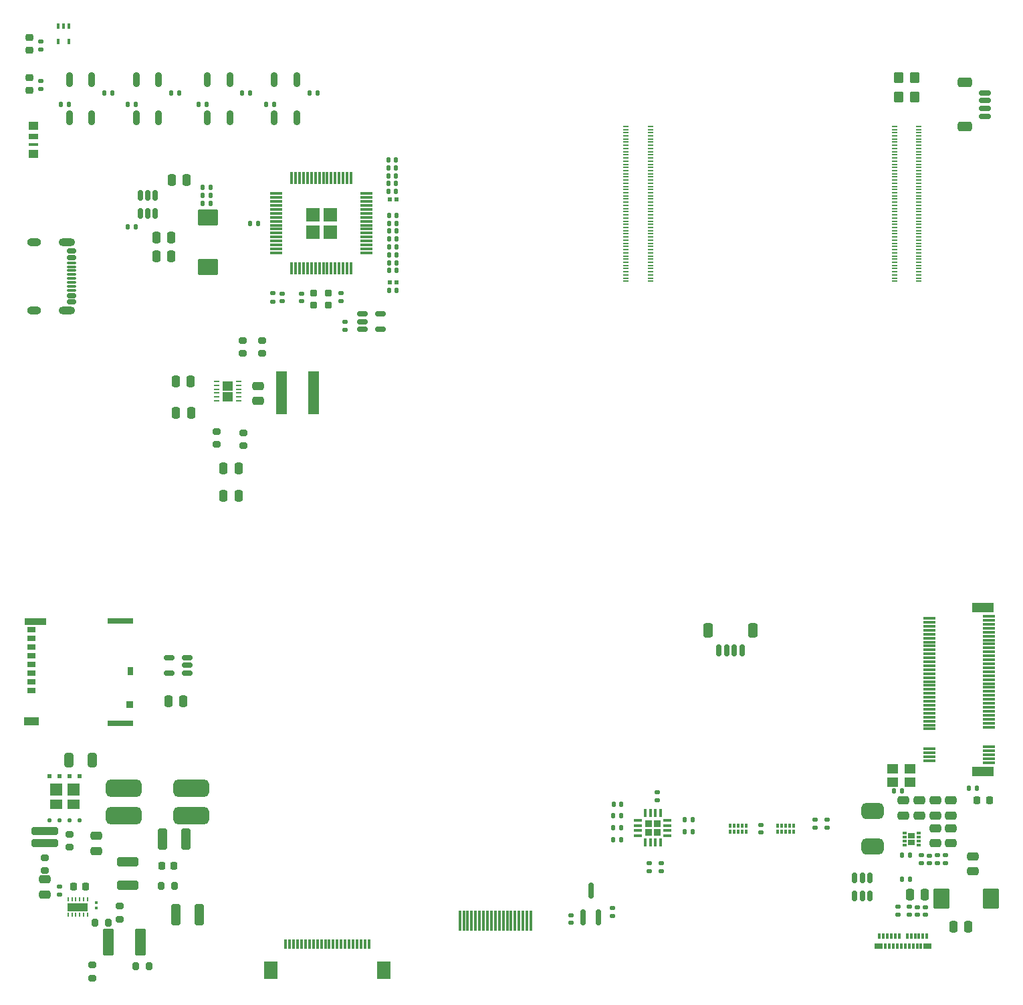
<source format=gbr>
%TF.GenerationSoftware,KiCad,Pcbnew,9.0.3*%
%TF.CreationDate,2025-08-24T22:17:20-04:00*%
%TF.ProjectId,libreboard,6c696272-6562-46f6-9172-642e6b696361,rev?*%
%TF.SameCoordinates,Original*%
%TF.FileFunction,Paste,Top*%
%TF.FilePolarity,Positive*%
%FSLAX46Y46*%
G04 Gerber Fmt 4.6, Leading zero omitted, Abs format (unit mm)*
G04 Created by KiCad (PCBNEW 9.0.3) date 2025-08-24 22:17:20*
%MOMM*%
%LPD*%
G01*
G04 APERTURE LIST*
G04 Aperture macros list*
%AMRoundRect*
0 Rectangle with rounded corners*
0 $1 Rounding radius*
0 $2 $3 $4 $5 $6 $7 $8 $9 X,Y pos of 4 corners*
0 Add a 4 corners polygon primitive as box body*
4,1,4,$2,$3,$4,$5,$6,$7,$8,$9,$2,$3,0*
0 Add four circle primitives for the rounded corners*
1,1,$1+$1,$2,$3*
1,1,$1+$1,$4,$5*
1,1,$1+$1,$6,$7*
1,1,$1+$1,$8,$9*
0 Add four rect primitives between the rounded corners*
20,1,$1+$1,$2,$3,$4,$5,0*
20,1,$1+$1,$4,$5,$6,$7,0*
20,1,$1+$1,$6,$7,$8,$9,0*
20,1,$1+$1,$8,$9,$2,$3,0*%
G04 Aperture macros list end*
%ADD10C,0.010000*%
%ADD11C,0.000000*%
%ADD12RoundRect,0.140000X0.170000X-0.140000X0.170000X0.140000X-0.170000X0.140000X-0.170000X-0.140000X0*%
%ADD13RoundRect,0.250000X0.250000X0.475000X-0.250000X0.475000X-0.250000X-0.475000X0.250000X-0.475000X0*%
%ADD14R,0.300000X1.300000*%
%ADD15R,1.800000X2.200000*%
%ADD16RoundRect,0.135000X0.185000X-0.135000X0.185000X0.135000X-0.185000X0.135000X-0.185000X-0.135000X0*%
%ADD17RoundRect,0.075000X0.075000X0.200000X-0.075000X0.200000X-0.075000X-0.200000X0.075000X-0.200000X0*%
%ADD18RoundRect,0.162500X0.162500X-0.837500X0.162500X0.837500X-0.162500X0.837500X-0.162500X-0.837500X0*%
%ADD19RoundRect,0.218750X0.256250X-0.218750X0.256250X0.218750X-0.256250X0.218750X-0.256250X-0.218750X0*%
%ADD20RoundRect,0.150000X-0.425000X0.150000X-0.425000X-0.150000X0.425000X-0.150000X0.425000X0.150000X0*%
%ADD21RoundRect,0.075000X-0.500000X0.075000X-0.500000X-0.075000X0.500000X-0.075000X0.500000X0.075000X0*%
%ADD22O,2.100000X1.000000*%
%ADD23O,1.800000X1.000000*%
%ADD24RoundRect,0.100000X-0.100000X0.225000X-0.100000X-0.225000X0.100000X-0.225000X0.100000X0.225000X0*%
%ADD25RoundRect,0.150000X0.512500X0.150000X-0.512500X0.150000X-0.512500X-0.150000X0.512500X-0.150000X0*%
%ADD26R,0.300000X2.600000*%
%ADD27RoundRect,0.250000X-0.350000X-0.450000X0.350000X-0.450000X0.350000X0.450000X-0.350000X0.450000X0*%
%ADD28RoundRect,0.218750X0.218750X0.256250X-0.218750X0.256250X-0.218750X-0.256250X0.218750X-0.256250X0*%
%ADD29R,0.850000X0.650000*%
%ADD30R,0.500000X0.300000*%
%ADD31R,1.100000X0.700000*%
%ADD32R,0.930000X0.900000*%
%ADD33R,0.780000X1.050000*%
%ADD34R,3.330000X0.700000*%
%ADD35R,1.830000X1.140000*%
%ADD36R,2.800000X0.860000*%
%ADD37R,1.550000X0.300000*%
%ADD38R,2.750000X1.200000*%
%ADD39RoundRect,0.200000X0.275000X-0.200000X0.275000X0.200000X-0.275000X0.200000X-0.275000X-0.200000X0*%
%ADD40RoundRect,0.250000X0.475000X-0.250000X0.475000X0.250000X-0.475000X0.250000X-0.475000X-0.250000X0*%
%ADD41RoundRect,0.250000X-0.475000X0.250000X-0.475000X-0.250000X0.475000X-0.250000X0.475000X0.250000X0*%
%ADD42RoundRect,0.140000X-0.140000X-0.170000X0.140000X-0.170000X0.140000X0.170000X-0.140000X0.170000X0*%
%ADD43R,0.540000X0.600000*%
%ADD44RoundRect,0.250000X-0.465000X-2.500000X0.465000X-2.500000X0.465000X2.500000X-0.465000X2.500000X0*%
%ADD45RoundRect,0.140000X-0.170000X0.140000X-0.170000X-0.140000X0.170000X-0.140000X0.170000X0.140000X0*%
%ADD46RoundRect,0.140000X0.140000X0.170000X-0.140000X0.170000X-0.140000X-0.170000X0.140000X-0.170000X0*%
%ADD47RoundRect,0.250000X1.450000X-0.250000X1.450000X0.250000X-1.450000X0.250000X-1.450000X-0.250000X0*%
%ADD48RoundRect,0.135000X0.135000X0.185000X-0.135000X0.185000X-0.135000X-0.185000X0.135000X-0.185000X0*%
%ADD49RoundRect,0.250000X-0.250000X-0.475000X0.250000X-0.475000X0.250000X0.475000X-0.250000X0.475000X0*%
%ADD50RoundRect,0.135000X-0.135000X-0.185000X0.135000X-0.185000X0.135000X0.185000X-0.135000X0.185000X0*%
%ADD51RoundRect,0.250000X-0.325000X-1.100000X0.325000X-1.100000X0.325000X1.100000X-0.325000X1.100000X0*%
%ADD52R,0.300000X0.700000*%
%ADD53R,1.000000X0.700000*%
%ADD54RoundRect,0.150000X0.625000X-0.150000X0.625000X0.150000X-0.625000X0.150000X-0.625000X-0.150000X0*%
%ADD55RoundRect,0.250000X0.650000X-0.350000X0.650000X0.350000X-0.650000X0.350000X-0.650000X-0.350000X0*%
%ADD56RoundRect,0.200000X-0.200000X-0.275000X0.200000X-0.275000X0.200000X0.275000X-0.200000X0.275000X0*%
%ADD57RoundRect,0.225000X-0.225000X-0.250000X0.225000X-0.250000X0.225000X0.250000X-0.225000X0.250000X0*%
%ADD58RoundRect,0.200000X-0.275000X0.200000X-0.275000X-0.200000X0.275000X-0.200000X0.275000X0.200000X0*%
%ADD59RoundRect,0.250000X1.025000X-0.787500X1.025000X0.787500X-1.025000X0.787500X-1.025000X-0.787500X0*%
%ADD60RoundRect,0.050000X0.260000X0.075000X-0.260000X0.075000X-0.260000X-0.075000X0.260000X-0.075000X0*%
%ADD61RoundRect,0.135000X-0.185000X0.135000X-0.185000X-0.135000X0.185000X-0.135000X0.185000X0.135000X0*%
%ADD62RoundRect,0.250000X-0.785000X-1.045000X0.785000X-1.045000X0.785000X1.045000X-0.785000X1.045000X0*%
%ADD63R,1.570000X1.235000*%
%ADD64R,1.570000X1.585000*%
%ADD65RoundRect,0.122500X0.122500X-0.122500X0.122500X0.122500X-0.122500X0.122500X-0.122500X-0.122500X0*%
%ADD66R,0.490000X0.490000*%
%ADD67R,1.400000X1.200000*%
%ADD68RoundRect,0.150000X-0.512500X-0.150000X0.512500X-0.150000X0.512500X0.150000X-0.512500X0.150000X0*%
%ADD69RoundRect,0.227500X-0.227500X-0.227500X0.227500X-0.227500X0.227500X0.227500X-0.227500X0.227500X0*%
%ADD70RoundRect,0.087500X-0.425000X-0.087500X0.425000X-0.087500X0.425000X0.087500X-0.425000X0.087500X0*%
%ADD71RoundRect,0.087500X-0.087500X-0.425000X0.087500X-0.425000X0.087500X0.425000X-0.087500X0.425000X0*%
%ADD72RoundRect,0.150000X-0.150000X0.512500X-0.150000X-0.512500X0.150000X-0.512500X0.150000X0.512500X0*%
%ADD73RoundRect,0.500000X0.900000X-0.500000X0.900000X0.500000X-0.900000X0.500000X-0.900000X-0.500000X0*%
%ADD74RoundRect,0.249999X0.450001X1.450001X-0.450001X1.450001X-0.450001X-1.450001X0.450001X-1.450001X0*%
%ADD75O,0.889000X1.905000*%
%ADD76R,0.249999X0.499999*%
%ADD77R,2.650000X1.000000*%
%ADD78RoundRect,0.250000X-1.100000X0.325000X-1.100000X-0.325000X1.100000X-0.325000X1.100000X0.325000X0*%
%ADD79RoundRect,0.200000X0.250000X-0.200000X0.250000X0.200000X-0.250000X0.200000X-0.250000X-0.200000X0*%
%ADD80RoundRect,0.537500X1.712500X-0.537500X1.712500X0.537500X-1.712500X0.537500X-1.712500X-0.537500X0*%
%ADD81RoundRect,0.250000X-0.325000X-0.650000X0.325000X-0.650000X0.325000X0.650000X-0.325000X0.650000X0*%
%ADD82R,1.200000X1.000000*%
%ADD83R,1.200000X0.700000*%
%ADD84R,1.200000X0.450000*%
%ADD85R,0.700000X0.200000*%
%ADD86RoundRect,0.079500X-0.100500X0.079500X-0.100500X-0.079500X0.100500X-0.079500X0.100500X0.079500X0*%
%ADD87R,1.750000X1.750000*%
%ADD88R,1.500000X0.300000*%
%ADD89R,0.300000X1.500000*%
%ADD90RoundRect,0.150000X-0.150000X-0.625000X0.150000X-0.625000X0.150000X0.625000X-0.150000X0.625000X0*%
%ADD91RoundRect,0.250000X-0.350000X-0.650000X0.350000X-0.650000X0.350000X0.650000X-0.350000X0.650000X0*%
G04 APERTURE END LIST*
D10*
%TO.C,U14*%
X144375600Y-127055100D02*
X144377600Y-127055100D01*
X144380600Y-127056100D01*
X144382600Y-127056100D01*
X144385600Y-127057100D01*
X144387600Y-127058100D01*
X144390600Y-127059100D01*
X144392600Y-127061100D01*
X144394600Y-127062100D01*
X144396600Y-127064100D01*
X144398600Y-127065100D01*
X144400600Y-127067100D01*
X144402600Y-127069100D01*
X144404600Y-127071100D01*
X144406600Y-127073100D01*
X144407600Y-127075100D01*
X144409600Y-127077100D01*
X144410600Y-127079100D01*
X144412600Y-127081100D01*
X144413600Y-127084100D01*
X144414600Y-127086100D01*
X144415600Y-127089100D01*
X144415600Y-127091100D01*
X144416600Y-127094100D01*
X144416600Y-127096100D01*
X144417600Y-127099100D01*
X144417600Y-127101100D01*
X144417600Y-127104100D01*
X144417600Y-128104100D01*
X144417600Y-128107100D01*
X144417600Y-128109100D01*
X144416600Y-128112100D01*
X144416600Y-128114100D01*
X144415600Y-128117100D01*
X144415600Y-128119100D01*
X144414600Y-128122100D01*
X144413600Y-128124100D01*
X144412600Y-128127100D01*
X144410600Y-128129100D01*
X144409600Y-128131100D01*
X144407600Y-128133100D01*
X144406600Y-128135100D01*
X144404600Y-128137100D01*
X144402600Y-128139100D01*
X144400600Y-128141100D01*
X144398600Y-128143100D01*
X144396600Y-128144100D01*
X144394600Y-128146100D01*
X144392600Y-128147100D01*
X144390600Y-128149100D01*
X144387600Y-128150100D01*
X144385600Y-128151100D01*
X144382600Y-128152100D01*
X144380600Y-128152100D01*
X144377600Y-128153100D01*
X144375600Y-128153100D01*
X144372600Y-128154100D01*
X144370600Y-128154100D01*
X144367600Y-128154100D01*
X143257600Y-128154100D01*
X143254600Y-128154100D01*
X143252600Y-128154100D01*
X143249600Y-128153100D01*
X143247600Y-128153100D01*
X143244600Y-128152100D01*
X143242600Y-128152100D01*
X143239600Y-128151100D01*
X143237600Y-128150100D01*
X143234600Y-128149100D01*
X143232600Y-128147100D01*
X143230600Y-128146100D01*
X143228600Y-128144100D01*
X143226600Y-128143100D01*
X143224600Y-128141100D01*
X143222600Y-128139100D01*
X143220600Y-128137100D01*
X143218600Y-128135100D01*
X143217600Y-128133100D01*
X143215600Y-128131100D01*
X143214600Y-128129100D01*
X143212600Y-128127100D01*
X143211600Y-128124100D01*
X143210600Y-128122100D01*
X143209600Y-128119100D01*
X143209600Y-128117100D01*
X143208600Y-128114100D01*
X143208600Y-128112100D01*
X143207600Y-128109100D01*
X143207600Y-128107100D01*
X143207600Y-128104100D01*
X143207600Y-127104100D01*
X143207600Y-127101100D01*
X143207600Y-127099100D01*
X143208600Y-127096100D01*
X143208600Y-127094100D01*
X143209600Y-127091100D01*
X143209600Y-127089100D01*
X143210600Y-127086100D01*
X143211600Y-127084100D01*
X143212600Y-127081100D01*
X143214600Y-127079100D01*
X143215600Y-127077100D01*
X143217600Y-127075100D01*
X143218600Y-127073100D01*
X143220600Y-127071100D01*
X143222600Y-127069100D01*
X143224600Y-127067100D01*
X143226600Y-127065100D01*
X143228600Y-127064100D01*
X143230600Y-127062100D01*
X143232600Y-127061100D01*
X143234600Y-127059100D01*
X143237600Y-127058100D01*
X143239600Y-127057100D01*
X143242600Y-127056100D01*
X143244600Y-127056100D01*
X143247600Y-127055100D01*
X143249600Y-127055100D01*
X143252600Y-127054100D01*
X143254600Y-127054100D01*
X143257600Y-127054100D01*
X144367600Y-127054100D01*
X144370600Y-127054100D01*
X144372600Y-127054100D01*
X144375600Y-127055100D01*
G36*
X144375600Y-127055100D02*
G01*
X144377600Y-127055100D01*
X144380600Y-127056100D01*
X144382600Y-127056100D01*
X144385600Y-127057100D01*
X144387600Y-127058100D01*
X144390600Y-127059100D01*
X144392600Y-127061100D01*
X144394600Y-127062100D01*
X144396600Y-127064100D01*
X144398600Y-127065100D01*
X144400600Y-127067100D01*
X144402600Y-127069100D01*
X144404600Y-127071100D01*
X144406600Y-127073100D01*
X144407600Y-127075100D01*
X144409600Y-127077100D01*
X144410600Y-127079100D01*
X144412600Y-127081100D01*
X144413600Y-127084100D01*
X144414600Y-127086100D01*
X144415600Y-127089100D01*
X144415600Y-127091100D01*
X144416600Y-127094100D01*
X144416600Y-127096100D01*
X144417600Y-127099100D01*
X144417600Y-127101100D01*
X144417600Y-127104100D01*
X144417600Y-128104100D01*
X144417600Y-128107100D01*
X144417600Y-128109100D01*
X144416600Y-128112100D01*
X144416600Y-128114100D01*
X144415600Y-128117100D01*
X144415600Y-128119100D01*
X144414600Y-128122100D01*
X144413600Y-128124100D01*
X144412600Y-128127100D01*
X144410600Y-128129100D01*
X144409600Y-128131100D01*
X144407600Y-128133100D01*
X144406600Y-128135100D01*
X144404600Y-128137100D01*
X144402600Y-128139100D01*
X144400600Y-128141100D01*
X144398600Y-128143100D01*
X144396600Y-128144100D01*
X144394600Y-128146100D01*
X144392600Y-128147100D01*
X144390600Y-128149100D01*
X144387600Y-128150100D01*
X144385600Y-128151100D01*
X144382600Y-128152100D01*
X144380600Y-128152100D01*
X144377600Y-128153100D01*
X144375600Y-128153100D01*
X144372600Y-128154100D01*
X144370600Y-128154100D01*
X144367600Y-128154100D01*
X143257600Y-128154100D01*
X143254600Y-128154100D01*
X143252600Y-128154100D01*
X143249600Y-128153100D01*
X143247600Y-128153100D01*
X143244600Y-128152100D01*
X143242600Y-128152100D01*
X143239600Y-128151100D01*
X143237600Y-128150100D01*
X143234600Y-128149100D01*
X143232600Y-128147100D01*
X143230600Y-128146100D01*
X143228600Y-128144100D01*
X143226600Y-128143100D01*
X143224600Y-128141100D01*
X143222600Y-128139100D01*
X143220600Y-128137100D01*
X143218600Y-128135100D01*
X143217600Y-128133100D01*
X143215600Y-128131100D01*
X143214600Y-128129100D01*
X143212600Y-128127100D01*
X143211600Y-128124100D01*
X143210600Y-128122100D01*
X143209600Y-128119100D01*
X143209600Y-128117100D01*
X143208600Y-128114100D01*
X143208600Y-128112100D01*
X143207600Y-128109100D01*
X143207600Y-128107100D01*
X143207600Y-128104100D01*
X143207600Y-127104100D01*
X143207600Y-127101100D01*
X143207600Y-127099100D01*
X143208600Y-127096100D01*
X143208600Y-127094100D01*
X143209600Y-127091100D01*
X143209600Y-127089100D01*
X143210600Y-127086100D01*
X143211600Y-127084100D01*
X143212600Y-127081100D01*
X143214600Y-127079100D01*
X143215600Y-127077100D01*
X143217600Y-127075100D01*
X143218600Y-127073100D01*
X143220600Y-127071100D01*
X143222600Y-127069100D01*
X143224600Y-127067100D01*
X143226600Y-127065100D01*
X143228600Y-127064100D01*
X143230600Y-127062100D01*
X143232600Y-127061100D01*
X143234600Y-127059100D01*
X143237600Y-127058100D01*
X143239600Y-127057100D01*
X143242600Y-127056100D01*
X143244600Y-127056100D01*
X143247600Y-127055100D01*
X143249600Y-127055100D01*
X143252600Y-127054100D01*
X143254600Y-127054100D01*
X143257600Y-127054100D01*
X144367600Y-127054100D01*
X144370600Y-127054100D01*
X144372600Y-127054100D01*
X144375600Y-127055100D01*
G37*
X144375600Y-125755100D02*
X144377600Y-125755100D01*
X144380600Y-125756100D01*
X144382600Y-125756100D01*
X144385600Y-125757100D01*
X144387600Y-125758100D01*
X144390600Y-125759100D01*
X144392600Y-125761100D01*
X144394600Y-125762100D01*
X144396600Y-125764100D01*
X144398600Y-125765100D01*
X144400600Y-125767100D01*
X144402600Y-125769100D01*
X144404600Y-125771100D01*
X144406600Y-125773100D01*
X144407600Y-125775100D01*
X144409600Y-125777100D01*
X144410600Y-125779100D01*
X144412600Y-125781100D01*
X144413600Y-125784100D01*
X144414600Y-125786100D01*
X144415600Y-125789100D01*
X144415600Y-125791100D01*
X144416600Y-125794100D01*
X144416600Y-125796100D01*
X144417600Y-125799100D01*
X144417600Y-125801100D01*
X144417600Y-125804100D01*
X144417600Y-126804100D01*
X144417600Y-126807100D01*
X144417600Y-126809100D01*
X144416600Y-126812100D01*
X144416600Y-126814100D01*
X144415600Y-126817100D01*
X144415600Y-126819100D01*
X144414600Y-126822100D01*
X144413600Y-126824100D01*
X144412600Y-126827100D01*
X144410600Y-126829100D01*
X144409600Y-126831100D01*
X144407600Y-126833100D01*
X144406600Y-126835100D01*
X144404600Y-126837100D01*
X144402600Y-126839100D01*
X144400600Y-126841100D01*
X144398600Y-126843100D01*
X144396600Y-126844100D01*
X144394600Y-126846100D01*
X144392600Y-126847100D01*
X144390600Y-126849100D01*
X144387600Y-126850100D01*
X144385600Y-126851100D01*
X144382600Y-126852100D01*
X144380600Y-126852100D01*
X144377600Y-126853100D01*
X144375600Y-126853100D01*
X144372600Y-126854100D01*
X144370600Y-126854100D01*
X144367600Y-126854100D01*
X143257600Y-126854100D01*
X143254600Y-126854100D01*
X143252600Y-126854100D01*
X143249600Y-126853100D01*
X143247600Y-126853100D01*
X143244600Y-126852100D01*
X143242600Y-126852100D01*
X143239600Y-126851100D01*
X143237600Y-126850100D01*
X143234600Y-126849100D01*
X143232600Y-126847100D01*
X143230600Y-126846100D01*
X143228600Y-126844100D01*
X143226600Y-126843100D01*
X143224600Y-126841100D01*
X143222600Y-126839100D01*
X143220600Y-126837100D01*
X143218600Y-126835100D01*
X143217600Y-126833100D01*
X143215600Y-126831100D01*
X143214600Y-126829100D01*
X143212600Y-126827100D01*
X143211600Y-126824100D01*
X143210600Y-126822100D01*
X143209600Y-126819100D01*
X143209600Y-126817100D01*
X143208600Y-126814100D01*
X143208600Y-126812100D01*
X143207600Y-126809100D01*
X143207600Y-126807100D01*
X143207600Y-126804100D01*
X143207600Y-125804100D01*
X143207600Y-125801100D01*
X143207600Y-125799100D01*
X143208600Y-125796100D01*
X143208600Y-125794100D01*
X143209600Y-125791100D01*
X143209600Y-125789100D01*
X143210600Y-125786100D01*
X143211600Y-125784100D01*
X143212600Y-125781100D01*
X143214600Y-125779100D01*
X143215600Y-125777100D01*
X143217600Y-125775100D01*
X143218600Y-125773100D01*
X143220600Y-125771100D01*
X143222600Y-125769100D01*
X143224600Y-125767100D01*
X143226600Y-125765100D01*
X143228600Y-125764100D01*
X143230600Y-125762100D01*
X143232600Y-125761100D01*
X143234600Y-125759100D01*
X143237600Y-125758100D01*
X143239600Y-125757100D01*
X143242600Y-125756100D01*
X143244600Y-125756100D01*
X143247600Y-125755100D01*
X143249600Y-125755100D01*
X143252600Y-125754100D01*
X143254600Y-125754100D01*
X143257600Y-125754100D01*
X144367600Y-125754100D01*
X144370600Y-125754100D01*
X144372600Y-125754100D01*
X144375600Y-125755100D01*
G36*
X144375600Y-125755100D02*
G01*
X144377600Y-125755100D01*
X144380600Y-125756100D01*
X144382600Y-125756100D01*
X144385600Y-125757100D01*
X144387600Y-125758100D01*
X144390600Y-125759100D01*
X144392600Y-125761100D01*
X144394600Y-125762100D01*
X144396600Y-125764100D01*
X144398600Y-125765100D01*
X144400600Y-125767100D01*
X144402600Y-125769100D01*
X144404600Y-125771100D01*
X144406600Y-125773100D01*
X144407600Y-125775100D01*
X144409600Y-125777100D01*
X144410600Y-125779100D01*
X144412600Y-125781100D01*
X144413600Y-125784100D01*
X144414600Y-125786100D01*
X144415600Y-125789100D01*
X144415600Y-125791100D01*
X144416600Y-125794100D01*
X144416600Y-125796100D01*
X144417600Y-125799100D01*
X144417600Y-125801100D01*
X144417600Y-125804100D01*
X144417600Y-126804100D01*
X144417600Y-126807100D01*
X144417600Y-126809100D01*
X144416600Y-126812100D01*
X144416600Y-126814100D01*
X144415600Y-126817100D01*
X144415600Y-126819100D01*
X144414600Y-126822100D01*
X144413600Y-126824100D01*
X144412600Y-126827100D01*
X144410600Y-126829100D01*
X144409600Y-126831100D01*
X144407600Y-126833100D01*
X144406600Y-126835100D01*
X144404600Y-126837100D01*
X144402600Y-126839100D01*
X144400600Y-126841100D01*
X144398600Y-126843100D01*
X144396600Y-126844100D01*
X144394600Y-126846100D01*
X144392600Y-126847100D01*
X144390600Y-126849100D01*
X144387600Y-126850100D01*
X144385600Y-126851100D01*
X144382600Y-126852100D01*
X144380600Y-126852100D01*
X144377600Y-126853100D01*
X144375600Y-126853100D01*
X144372600Y-126854100D01*
X144370600Y-126854100D01*
X144367600Y-126854100D01*
X143257600Y-126854100D01*
X143254600Y-126854100D01*
X143252600Y-126854100D01*
X143249600Y-126853100D01*
X143247600Y-126853100D01*
X143244600Y-126852100D01*
X143242600Y-126852100D01*
X143239600Y-126851100D01*
X143237600Y-126850100D01*
X143234600Y-126849100D01*
X143232600Y-126847100D01*
X143230600Y-126846100D01*
X143228600Y-126844100D01*
X143226600Y-126843100D01*
X143224600Y-126841100D01*
X143222600Y-126839100D01*
X143220600Y-126837100D01*
X143218600Y-126835100D01*
X143217600Y-126833100D01*
X143215600Y-126831100D01*
X143214600Y-126829100D01*
X143212600Y-126827100D01*
X143211600Y-126824100D01*
X143210600Y-126822100D01*
X143209600Y-126819100D01*
X143209600Y-126817100D01*
X143208600Y-126814100D01*
X143208600Y-126812100D01*
X143207600Y-126809100D01*
X143207600Y-126807100D01*
X143207600Y-126804100D01*
X143207600Y-125804100D01*
X143207600Y-125801100D01*
X143207600Y-125799100D01*
X143208600Y-125796100D01*
X143208600Y-125794100D01*
X143209600Y-125791100D01*
X143209600Y-125789100D01*
X143210600Y-125786100D01*
X143211600Y-125784100D01*
X143212600Y-125781100D01*
X143214600Y-125779100D01*
X143215600Y-125777100D01*
X143217600Y-125775100D01*
X143218600Y-125773100D01*
X143220600Y-125771100D01*
X143222600Y-125769100D01*
X143224600Y-125767100D01*
X143226600Y-125765100D01*
X143228600Y-125764100D01*
X143230600Y-125762100D01*
X143232600Y-125761100D01*
X143234600Y-125759100D01*
X143237600Y-125758100D01*
X143239600Y-125757100D01*
X143242600Y-125756100D01*
X143244600Y-125756100D01*
X143247600Y-125755100D01*
X143249600Y-125755100D01*
X143252600Y-125754100D01*
X143254600Y-125754100D01*
X143257600Y-125754100D01*
X144367600Y-125754100D01*
X144370600Y-125754100D01*
X144372600Y-125754100D01*
X144375600Y-125755100D01*
G37*
D11*
%TO.C,U4*%
G36*
X124762600Y-191809099D02*
G01*
X124762600Y-192659099D01*
X124712600Y-192709099D01*
X123642600Y-192709099D01*
X123592600Y-192659099D01*
X123592600Y-191809099D01*
X123642600Y-191759099D01*
X124712600Y-191759099D01*
X124762600Y-191809099D01*
G37*
G36*
X126132600Y-191809099D02*
G01*
X126132600Y-192659099D01*
X126082600Y-192709099D01*
X125012600Y-192709099D01*
X124962600Y-192659099D01*
X124962600Y-191809099D01*
X125012600Y-191759099D01*
X126082600Y-191759099D01*
X126132600Y-191809099D01*
G37*
%TD*%
D12*
%TO.C,C1*%
X211378891Y-182814302D03*
X211378891Y-181854302D03*
%TD*%
D13*
%TO.C,C5*%
X138202600Y-166204100D03*
X136302600Y-166204100D03*
%TD*%
D12*
%TO.C,C12*%
X187278891Y-194234302D03*
X187278891Y-193274302D03*
%TD*%
%TO.C,C13*%
X192528891Y-193334302D03*
X192528891Y-192374302D03*
%TD*%
D14*
%TO.C,J5*%
X161702600Y-196954302D03*
X161202600Y-196954302D03*
X160702600Y-196954302D03*
X160202600Y-196954302D03*
X159702600Y-196954302D03*
X159202600Y-196954302D03*
X158702600Y-196954302D03*
X158202600Y-196954302D03*
X157702600Y-196954302D03*
X157202600Y-196954302D03*
X156702600Y-196954302D03*
X156202600Y-196954302D03*
X155702600Y-196954302D03*
X155202600Y-196954302D03*
X154702600Y-196954302D03*
X154202600Y-196954302D03*
X153702600Y-196954302D03*
X153202600Y-196954302D03*
X152702600Y-196954302D03*
X152202600Y-196954302D03*
X151702600Y-196954302D03*
X151202600Y-196954302D03*
D15*
X149302600Y-200204302D03*
X163602600Y-200204302D03*
%TD*%
D16*
%TO.C,R10*%
X120202600Y-83724100D03*
X120202600Y-82704100D03*
%TD*%
D17*
%TO.C,U1*%
X215478891Y-181934302D03*
X214978891Y-181934302D03*
X214478891Y-181934302D03*
X213978891Y-181934302D03*
X213478891Y-181934302D03*
X213478891Y-182704302D03*
X213978891Y-182704302D03*
X214478891Y-182704302D03*
X214978891Y-182704302D03*
X215478891Y-182704302D03*
%TD*%
D18*
%TO.C,U12*%
X188878891Y-193564302D03*
X190778891Y-193564302D03*
X189828891Y-190144302D03*
%TD*%
D19*
%TO.C,D2*%
X118702600Y-88854100D03*
X118702600Y-87279100D03*
%TD*%
D16*
%TO.C,R3*%
X218202600Y-182224100D03*
X218202600Y-181204100D03*
%TD*%
%TO.C,R2*%
X219702600Y-182224100D03*
X219702600Y-181204100D03*
%TD*%
D20*
%TO.C,J11*%
X124053891Y-109254100D03*
X124053891Y-110054100D03*
D21*
X124053891Y-111204100D03*
X124053891Y-112204100D03*
X124053891Y-112704100D03*
X124053891Y-113704100D03*
D20*
X124053891Y-114854100D03*
X124053891Y-115654100D03*
X124053891Y-115654100D03*
X124053891Y-114854100D03*
D21*
X124053891Y-114204100D03*
X124053891Y-113204100D03*
X124053891Y-111704100D03*
X124053891Y-110704100D03*
D20*
X124053891Y-110054100D03*
X124053891Y-109254100D03*
D22*
X123478891Y-108134100D03*
D23*
X119298891Y-108134100D03*
D22*
X123478891Y-116774100D03*
D23*
X119298891Y-116774100D03*
%TD*%
D19*
%TO.C,D1*%
X118702600Y-83779100D03*
X118702600Y-82204100D03*
%TD*%
D16*
%TO.C,R1*%
X120202600Y-88724100D03*
X120202600Y-87704100D03*
%TD*%
D24*
%TO.C,U5*%
X123702600Y-80804100D03*
X123052600Y-80804100D03*
X122402600Y-80804100D03*
X122402600Y-82704100D03*
X123702600Y-82704100D03*
%TD*%
D25*
%TO.C,U18*%
X138702600Y-162604100D03*
X138702600Y-161654100D03*
X138702600Y-160704100D03*
X136427600Y-160704100D03*
X136427600Y-162604100D03*
%TD*%
D26*
%TO.C,J22*%
X182228891Y-193974302D03*
X181728891Y-193974302D03*
X181228891Y-193974302D03*
X180728891Y-193974302D03*
X180228891Y-193974302D03*
X179728891Y-193974302D03*
X179228891Y-193974302D03*
X178728891Y-193974302D03*
X178228891Y-193974302D03*
X177728891Y-193974302D03*
X177228891Y-193974302D03*
X176728891Y-193974302D03*
X176228891Y-193974302D03*
X175728891Y-193974302D03*
X175228891Y-193974302D03*
X174728891Y-193974302D03*
X174228891Y-193974302D03*
X173728891Y-193974302D03*
X173228891Y-193974302D03*
%TD*%
D17*
%TO.C,U2*%
X209478891Y-181934302D03*
X208978891Y-181934302D03*
X208478891Y-181934302D03*
X207978891Y-181934302D03*
X207478891Y-181934302D03*
X207478891Y-182704302D03*
X207978891Y-182704302D03*
X208478891Y-182704302D03*
X208978891Y-182704302D03*
X209478891Y-182704302D03*
%TD*%
D27*
%TO.C,R4*%
X228826309Y-87250393D03*
X230826309Y-87250393D03*
%TD*%
%TO.C,R5*%
X228826309Y-89750393D03*
X230826309Y-89750393D03*
%TD*%
D28*
%TO.C,D3*%
X240277600Y-178704100D03*
X238702600Y-178704100D03*
%TD*%
D29*
%TO.C,U8*%
X230428891Y-184083211D03*
X230428891Y-183208211D03*
D30*
X231328891Y-184395711D03*
X231328891Y-183895711D03*
X231328891Y-183395711D03*
X231328891Y-182895711D03*
X229528891Y-182895711D03*
X229528891Y-183395711D03*
X229528891Y-183895711D03*
X229528891Y-184395711D03*
%TD*%
D31*
%TO.C,J7*%
X118993891Y-164864302D03*
X118993891Y-163764302D03*
X118993891Y-162664302D03*
X118993891Y-161564302D03*
X118993891Y-160464302D03*
X118993891Y-159364302D03*
X118993891Y-158264302D03*
X118993891Y-157164302D03*
D32*
X131458891Y-166654302D03*
D33*
X131533891Y-162389302D03*
D34*
X130258891Y-168964302D03*
D35*
X119008891Y-168744302D03*
D36*
X119493891Y-156084302D03*
D34*
X130258891Y-156004302D03*
%TD*%
D37*
%TO.C,J4*%
X240252600Y-155454100D03*
X232702600Y-155704100D03*
X240252600Y-155954100D03*
X232702600Y-156204100D03*
X240252600Y-156454100D03*
X232702600Y-156704100D03*
X240252600Y-156954100D03*
X232702600Y-157204100D03*
X240252600Y-157454100D03*
X232702600Y-157704100D03*
X240252600Y-157954100D03*
X232702600Y-158204100D03*
X240252600Y-158454100D03*
X232702600Y-158704100D03*
X240252600Y-158954100D03*
X232702600Y-159204100D03*
X240252600Y-159454100D03*
X232702600Y-159704100D03*
X240252600Y-159954100D03*
X232702600Y-160204100D03*
X240252600Y-160454100D03*
X232702600Y-160704100D03*
X240252600Y-160954100D03*
X232702600Y-161204100D03*
X240252600Y-161454100D03*
X232702600Y-161704100D03*
X240252600Y-161954100D03*
X232702600Y-162204100D03*
X240252600Y-162454100D03*
X232702600Y-162704100D03*
X240252600Y-162954100D03*
X232702600Y-163204100D03*
X240252600Y-163454100D03*
X232702600Y-163704100D03*
X240252600Y-163954100D03*
X232702600Y-164204100D03*
X240252600Y-164454100D03*
X232702600Y-164704100D03*
X240252600Y-164954100D03*
X232702600Y-165204100D03*
X240252600Y-165454100D03*
X232702600Y-165704100D03*
X240252600Y-165954100D03*
X232702600Y-166204100D03*
X240252600Y-166454100D03*
X232702600Y-166704100D03*
X240252600Y-166954100D03*
X232702600Y-167204100D03*
X240252600Y-167454100D03*
X232702600Y-167704100D03*
X240252600Y-167954100D03*
X232702600Y-168204100D03*
X240252600Y-168454100D03*
X232702600Y-168704100D03*
X240252600Y-168954100D03*
X232702600Y-169204100D03*
X240252600Y-169454100D03*
X232702600Y-169704100D03*
X240252600Y-171954100D03*
X232702600Y-172204100D03*
X240252600Y-172454100D03*
X232702600Y-172704100D03*
X240252600Y-172954100D03*
X232702600Y-173204100D03*
X240252600Y-173454100D03*
X232702600Y-173704100D03*
X240252600Y-173954100D03*
D38*
X239477600Y-154354100D03*
X239477600Y-175054100D03*
%TD*%
D39*
%TO.C,R13*%
X123842600Y-184674100D03*
X123842600Y-183024100D03*
%TD*%
D40*
%TO.C,C6*%
X235428891Y-184145711D03*
X235428891Y-182245711D03*
%TD*%
%TO.C,C30*%
X127202600Y-185134100D03*
X127202600Y-183234100D03*
%TD*%
D41*
%TO.C,C16*%
X233428891Y-178745711D03*
X233428891Y-180645711D03*
%TD*%
D42*
%TO.C,C34*%
X164202600Y-97704100D03*
X165162600Y-97704100D03*
%TD*%
D43*
%TO.C,FB1*%
X165202600Y-102704100D03*
X164338600Y-102704100D03*
%TD*%
D42*
%TO.C,C37*%
X164202600Y-100704100D03*
X165162600Y-100704100D03*
%TD*%
D44*
%TO.C,L3*%
X150662600Y-127204100D03*
X154702600Y-127204100D03*
%TD*%
D45*
%TO.C,C32*%
X232202600Y-192244100D03*
X232202600Y-193204100D03*
%TD*%
D42*
%TO.C,C40*%
X164242600Y-105704100D03*
X165202600Y-105704100D03*
%TD*%
%TO.C,C43*%
X164242600Y-108704100D03*
X165202600Y-108704100D03*
%TD*%
D46*
%TO.C,C47*%
X165202600Y-114204100D03*
X164242600Y-114204100D03*
%TD*%
D45*
%TO.C,C10*%
X234702600Y-185704100D03*
X234702600Y-186664100D03*
%TD*%
D47*
%TO.C,R20*%
X120702600Y-184134100D03*
X120702600Y-182634100D03*
%TD*%
D12*
%TO.C,C11*%
X232702600Y-186704100D03*
X232702600Y-185744100D03*
%TD*%
D42*
%TO.C,C41*%
X164242600Y-106704100D03*
X165202600Y-106704100D03*
%TD*%
D48*
%TO.C,R22*%
X202702600Y-182704100D03*
X201682600Y-182704100D03*
%TD*%
D16*
%TO.C,R25*%
X228702600Y-193204100D03*
X228702600Y-192184100D03*
%TD*%
D12*
%TO.C,C33*%
X231202600Y-193204100D03*
X231202600Y-192244100D03*
%TD*%
D49*
%TO.C,C8*%
X134802600Y-107479100D03*
X136702600Y-107479100D03*
%TD*%
D50*
%TO.C,R35*%
X136702600Y-89204100D03*
X137722600Y-89204100D03*
%TD*%
%TO.C,R37*%
X154182600Y-89204100D03*
X155202600Y-89204100D03*
%TD*%
D51*
%TO.C,C20*%
X135586309Y-183633898D03*
X138536309Y-183633898D03*
%TD*%
D52*
%TO.C,J15*%
X226382600Y-195914100D03*
X226882600Y-195914100D03*
X227382600Y-195914100D03*
X227882600Y-195914100D03*
X228382600Y-195914100D03*
X228882600Y-195914100D03*
X229882600Y-195914100D03*
X230382600Y-195914100D03*
X230882600Y-195914100D03*
X231382600Y-195914100D03*
X231882600Y-195914100D03*
X232382600Y-195914100D03*
D53*
X232482600Y-197214100D03*
D52*
X231632600Y-197214100D03*
X231132600Y-197214100D03*
X230632600Y-197214100D03*
X230132600Y-197214100D03*
X229632600Y-197214100D03*
X229132600Y-197214100D03*
X228632600Y-197214100D03*
X228132600Y-197214100D03*
X227632600Y-197214100D03*
X227132600Y-197214100D03*
D53*
X226282600Y-197214100D03*
%TD*%
D54*
%TO.C,J14*%
X239702600Y-92204100D03*
X239702600Y-91204100D03*
X239702600Y-90204100D03*
X239702600Y-89204100D03*
D55*
X237177600Y-93504100D03*
X237177600Y-87904100D03*
%TD*%
D56*
%TO.C,R8*%
X127052600Y-194204100D03*
X128702600Y-194204100D03*
%TD*%
D41*
%TO.C,C27*%
X120702600Y-188734100D03*
X120702600Y-190634100D03*
%TD*%
D50*
%TO.C,R34*%
X128202600Y-89204100D03*
X129222600Y-89204100D03*
%TD*%
%TO.C,R46*%
X229202600Y-188704100D03*
X230222600Y-188704100D03*
%TD*%
D57*
%TO.C,C22*%
X135466309Y-187013898D03*
X137016309Y-187013898D03*
%TD*%
D45*
%TO.C,C26*%
X122572600Y-189674100D03*
X122572600Y-190634100D03*
%TD*%
D13*
%TO.C,C2*%
X138652600Y-100204100D03*
X136752600Y-100204100D03*
%TD*%
D58*
%TO.C,R44*%
X145802600Y-132204100D03*
X145802600Y-133854100D03*
%TD*%
D59*
%TO.C,C3*%
X141302600Y-111204100D03*
X141302600Y-104979100D03*
%TD*%
D60*
%TO.C,U14*%
X145202600Y-128204100D03*
X145202600Y-127704100D03*
X145202600Y-127204100D03*
X145202600Y-126704100D03*
X145202600Y-126204100D03*
X145202600Y-125704100D03*
X142422600Y-125704100D03*
X142422600Y-126204100D03*
X142422600Y-126704100D03*
X142422600Y-127204100D03*
X142422600Y-127704100D03*
X142422600Y-128204100D03*
%TD*%
D41*
%TO.C,C17*%
X231428891Y-178758211D03*
X231428891Y-180658211D03*
%TD*%
D12*
%TO.C,C49*%
X150702600Y-115569774D03*
X150702600Y-114609774D03*
%TD*%
D56*
%TO.C,R18*%
X132202600Y-199704100D03*
X133852600Y-199704100D03*
%TD*%
D61*
%TO.C,R21*%
X198202600Y-177704100D03*
X198202600Y-178724100D03*
%TD*%
D62*
%TO.C,C57*%
X234202600Y-191204100D03*
X240442600Y-191204100D03*
%TD*%
D12*
%TO.C,C50*%
X153202600Y-115589774D03*
X153202600Y-114629774D03*
%TD*%
D16*
%TO.C,R24*%
X197202600Y-187724100D03*
X197202600Y-186704100D03*
%TD*%
D41*
%TO.C,C56*%
X238202600Y-185804100D03*
X238202600Y-187704100D03*
%TD*%
D45*
%TO.C,C48*%
X158702600Y-118204100D03*
X158702600Y-119164100D03*
%TD*%
D63*
%TO.C,Q1*%
X122107600Y-179261600D03*
X124297600Y-179261600D03*
D64*
X122107600Y-177351600D03*
X124297600Y-177351600D03*
D65*
X121297600Y-181264100D03*
X122567600Y-181264100D03*
X123837600Y-181264100D03*
X125107600Y-181264100D03*
D66*
X121297600Y-175664100D03*
X122567600Y-175664100D03*
X123837600Y-175664100D03*
X125107600Y-175664100D03*
%TD*%
D67*
%TO.C,U7*%
X228002600Y-176404100D03*
X230202600Y-176404100D03*
X230202600Y-174704100D03*
X228002600Y-174704100D03*
%TD*%
D42*
%TO.C,C35*%
X164202600Y-98704100D03*
X165162600Y-98704100D03*
%TD*%
D39*
%TO.C,R43*%
X148202600Y-122204100D03*
X148202600Y-120554100D03*
%TD*%
D16*
%TO.C,R23*%
X198702600Y-187714100D03*
X198702600Y-186694100D03*
%TD*%
D48*
%TO.C,R17*%
X238722600Y-177204100D03*
X237702600Y-177204100D03*
%TD*%
D68*
%TO.C,U13*%
X160927600Y-117204100D03*
X160927600Y-118154100D03*
X160927600Y-119104100D03*
X163202600Y-119104100D03*
X163202600Y-117204100D03*
%TD*%
D69*
%TO.C,U10*%
X197152600Y-181704100D03*
X197152600Y-182754100D03*
X198202600Y-181704100D03*
X198202600Y-182754100D03*
D70*
X195815100Y-181254100D03*
X195815100Y-181904100D03*
X195815100Y-182554100D03*
X195815100Y-183204100D03*
D71*
X196702600Y-184091600D03*
X197352600Y-184091600D03*
X198002600Y-184091600D03*
X198652600Y-184091600D03*
D70*
X199540100Y-183204100D03*
X199540100Y-182554100D03*
X199540100Y-181904100D03*
X199540100Y-181254100D03*
D71*
X198652600Y-180366600D03*
X198002600Y-180366600D03*
X197352600Y-180366600D03*
X196702600Y-180366600D03*
%TD*%
D72*
%TO.C,U6*%
X134652600Y-102204100D03*
X133702600Y-102204100D03*
X132752600Y-102204100D03*
X132752600Y-104479100D03*
X133702600Y-104479100D03*
X134652600Y-104479100D03*
%TD*%
D73*
%TO.C,L1*%
X225528891Y-184545711D03*
X225528891Y-180045711D03*
%TD*%
D74*
%TO.C,C25*%
X132802600Y-196704100D03*
X128702600Y-196704100D03*
%TD*%
D42*
%TO.C,C45*%
X164242600Y-110704100D03*
X165202600Y-110704100D03*
%TD*%
D51*
%TO.C,C29*%
X137252600Y-193204100D03*
X140202600Y-193204100D03*
%TD*%
D42*
%TO.C,C39*%
X164242600Y-104704100D03*
X165202600Y-104704100D03*
%TD*%
D61*
%TO.C,R27*%
X158202600Y-114569774D03*
X158202600Y-115589774D03*
%TD*%
D42*
%TO.C,C18*%
X140702600Y-103204100D03*
X141662600Y-103204100D03*
%TD*%
D49*
%TO.C,C59*%
X235702600Y-194704100D03*
X237602600Y-194704100D03*
%TD*%
D50*
%TO.C,R40*%
X131182600Y-90704100D03*
X132202600Y-90704100D03*
%TD*%
D75*
%TO.C,J6*%
X135099200Y-92331201D03*
X132239200Y-92331201D03*
X135099200Y-87531200D03*
X132239200Y-87531200D03*
%TD*%
D13*
%TO.C,C54*%
X145202600Y-140204100D03*
X143302600Y-140204100D03*
%TD*%
D41*
%TO.C,C53*%
X147702600Y-126304100D03*
X147702600Y-128204100D03*
%TD*%
D50*
%TO.C,R31*%
X201682600Y-181204100D03*
X202702600Y-181204100D03*
%TD*%
D48*
%TO.C,R32*%
X193702600Y-183704100D03*
X192682600Y-183704100D03*
%TD*%
D39*
%TO.C,R19*%
X126702600Y-201204100D03*
X126702600Y-199554100D03*
%TD*%
D61*
%TO.C,R16*%
X233702600Y-185704100D03*
X233702600Y-186724100D03*
%TD*%
D50*
%TO.C,R28*%
X146682600Y-105704100D03*
X147702600Y-105704100D03*
%TD*%
%TO.C,R39*%
X140182600Y-90704100D03*
X141202600Y-90704100D03*
%TD*%
D49*
%TO.C,C7*%
X134815100Y-109879100D03*
X136715100Y-109879100D03*
%TD*%
D39*
%TO.C,R11*%
X120702600Y-187634100D03*
X120702600Y-185984100D03*
%TD*%
D16*
%TO.C,R15*%
X231692600Y-186724100D03*
X231692600Y-185704100D03*
%TD*%
D50*
%TO.C,R41*%
X122702600Y-90704100D03*
X123722600Y-90704100D03*
%TD*%
D58*
%TO.C,R45*%
X142477600Y-132054100D03*
X142477600Y-133704100D03*
%TD*%
D48*
%TO.C,R12*%
X132212600Y-106204100D03*
X131192600Y-106204100D03*
%TD*%
D75*
%TO.C,J10*%
X144112800Y-92331201D03*
X141252800Y-92331201D03*
X144112800Y-87531200D03*
X141252800Y-87531200D03*
%TD*%
D76*
%TO.C,U4*%
X126112600Y-191284101D03*
X125612598Y-191284101D03*
X125112600Y-191284101D03*
X124612600Y-191284101D03*
X124112599Y-191284101D03*
X123612600Y-191284101D03*
X123612600Y-193184100D03*
X124112599Y-193184100D03*
X124612600Y-193184100D03*
X125112600Y-193184100D03*
X125612598Y-193184100D03*
X126112600Y-193184100D03*
D77*
X124862600Y-192234102D03*
%TD*%
D41*
%TO.C,C15*%
X235428891Y-178745711D03*
X235428891Y-180645711D03*
%TD*%
D42*
%TO.C,C46*%
X164242600Y-111704100D03*
X165202600Y-111704100D03*
%TD*%
D41*
%TO.C,C14*%
X229428891Y-178745711D03*
X229428891Y-180645711D03*
%TD*%
D49*
%TO.C,C52*%
X137302600Y-129704100D03*
X139202600Y-129704100D03*
%TD*%
D48*
%TO.C,R30*%
X193702600Y-182204100D03*
X192682600Y-182204100D03*
%TD*%
D42*
%TO.C,C9*%
X140702600Y-101204100D03*
X141662600Y-101204100D03*
%TD*%
D16*
%TO.C,R26*%
X230192600Y-193204100D03*
X230192600Y-192184100D03*
%TD*%
D78*
%TO.C,C21*%
X131202599Y-186518662D03*
X131202599Y-189468662D03*
%TD*%
D56*
%TO.C,R6*%
X135416309Y-189523898D03*
X137066309Y-189523898D03*
%TD*%
D42*
%TO.C,C42*%
X164242600Y-107704100D03*
X165202600Y-107704100D03*
%TD*%
D75*
%TO.C,J17*%
X152599200Y-92331201D03*
X149739200Y-92331201D03*
X152599200Y-87531200D03*
X149739200Y-87531200D03*
%TD*%
D43*
%TO.C,FB2*%
X164338600Y-113204100D03*
X165202600Y-113204100D03*
%TD*%
D50*
%TO.C,R38*%
X148682600Y-90704100D03*
X149702600Y-90704100D03*
%TD*%
%TO.C,R14*%
X229202600Y-185704100D03*
X230222600Y-185704100D03*
%TD*%
D42*
%TO.C,C38*%
X164202600Y-101704100D03*
X165162600Y-101704100D03*
%TD*%
D79*
%TO.C,Y1*%
X154702600Y-116039774D03*
X156552600Y-116039774D03*
X156552600Y-114589774D03*
X154702600Y-114589774D03*
%TD*%
D61*
%TO.C,R33*%
X149570307Y-114589774D03*
X149570307Y-115609774D03*
%TD*%
D58*
%TO.C,R7*%
X130202600Y-192134100D03*
X130202600Y-193784100D03*
%TD*%
D42*
%TO.C,C44*%
X164242600Y-109704100D03*
X165202600Y-109704100D03*
%TD*%
D75*
%TO.C,J1*%
X126640000Y-92331201D03*
X123780000Y-92331201D03*
X126640000Y-87531200D03*
X123780000Y-87531200D03*
%TD*%
D80*
%TO.C,L2*%
X130702600Y-180634100D03*
X130702600Y-177204100D03*
X139202600Y-177204100D03*
X139202600Y-180634100D03*
%TD*%
D81*
%TO.C,C28*%
X123702600Y-173634100D03*
X126652600Y-173634100D03*
%TD*%
D82*
%TO.C,U9*%
X119202600Y-93354100D03*
D83*
X119202600Y-94704100D03*
D84*
X119202600Y-95729100D03*
D82*
X119202600Y-96954100D03*
%TD*%
D85*
%TO.C,Module1*%
X231366309Y-113050393D03*
X228286309Y-113050393D03*
X231366309Y-112650393D03*
X228286309Y-112650393D03*
X231366309Y-112250393D03*
X228286309Y-112250393D03*
X231366309Y-111850393D03*
X228286309Y-111850393D03*
X231366309Y-111450393D03*
X228286309Y-111450393D03*
X231366309Y-111050393D03*
X228286309Y-111050393D03*
X231366309Y-110650393D03*
X228286309Y-110650393D03*
X231366309Y-110250393D03*
X228286309Y-110250393D03*
X231366309Y-109850393D03*
X228286309Y-109850393D03*
X231366309Y-109450393D03*
X228286309Y-109450393D03*
X231366309Y-109050393D03*
X228286309Y-109050393D03*
X231366309Y-108650393D03*
X228286309Y-108650393D03*
X231366309Y-108250393D03*
X228286309Y-108250393D03*
X231366309Y-107850393D03*
X228286309Y-107850393D03*
X231366309Y-107450393D03*
X228286309Y-107450393D03*
X231366309Y-107050393D03*
X228286309Y-107050393D03*
X231366309Y-106650393D03*
X228286309Y-106650393D03*
X231366309Y-106250393D03*
X228286309Y-106250393D03*
X231366309Y-105850393D03*
X228286309Y-105850393D03*
X231366309Y-105450393D03*
X228286309Y-105450393D03*
X231366309Y-105050393D03*
X228286309Y-105050393D03*
X231366309Y-104650393D03*
X228286309Y-104650393D03*
X231366309Y-104250393D03*
X228286309Y-104250393D03*
X231366309Y-103850393D03*
X228286309Y-103850393D03*
X231366309Y-103450393D03*
X228286309Y-103450393D03*
X231366309Y-103050393D03*
X228286309Y-103050393D03*
X231366309Y-102650393D03*
X228286309Y-102650393D03*
X231366309Y-102250393D03*
X228286309Y-102250393D03*
X231366309Y-101850393D03*
X228286309Y-101850393D03*
X231366309Y-101450393D03*
X228286309Y-101450393D03*
X231366309Y-101050393D03*
X228286309Y-101050393D03*
X231366309Y-100650393D03*
X228286309Y-100650393D03*
X231366309Y-100250393D03*
X228286309Y-100250393D03*
X231366309Y-99850393D03*
X228286309Y-99850393D03*
X231366309Y-99450393D03*
X228286309Y-99450393D03*
X231366309Y-99050393D03*
X228286309Y-99050393D03*
X231366309Y-98650393D03*
X228286309Y-98650393D03*
X231366309Y-98250393D03*
X228286309Y-98250393D03*
X231366309Y-97850393D03*
X228286309Y-97850393D03*
X231366309Y-97450393D03*
X228286309Y-97450393D03*
X231366309Y-97050393D03*
X228286309Y-97050393D03*
X231366309Y-96650393D03*
X228286309Y-96650393D03*
X231366309Y-96250393D03*
X228286309Y-96250393D03*
X231366309Y-95850393D03*
X228286309Y-95850393D03*
X231366309Y-95450393D03*
X228286309Y-95450393D03*
X231366309Y-95050393D03*
X228286309Y-95050393D03*
X231366309Y-94650393D03*
X228286309Y-94650393D03*
X231366309Y-94250393D03*
X228286309Y-94250393D03*
X231366309Y-93850393D03*
X228286309Y-93850393D03*
X231366309Y-93450393D03*
X228286309Y-93450393D03*
X197366309Y-113050393D03*
X194286309Y-113050393D03*
X197366309Y-112650393D03*
X194286309Y-112650393D03*
X197366309Y-112250393D03*
X194286309Y-112250393D03*
X197366309Y-111850393D03*
X194286309Y-111850393D03*
X197366309Y-111450393D03*
X194286309Y-111450393D03*
X197366309Y-111050393D03*
X194286309Y-111050393D03*
X197366309Y-110650393D03*
X194286309Y-110650393D03*
X197366309Y-110250393D03*
X194286309Y-110250393D03*
X197366309Y-109850393D03*
X194286309Y-109850393D03*
X197366309Y-109450393D03*
X194286309Y-109450393D03*
X197366309Y-109050393D03*
X194286309Y-109050393D03*
X197366309Y-108650393D03*
X194286309Y-108650393D03*
X197366309Y-108250393D03*
X194286309Y-108250393D03*
X197366309Y-107850393D03*
X194286309Y-107850393D03*
X197366309Y-107450393D03*
X194286309Y-107450393D03*
X197366309Y-107050393D03*
X194286309Y-107050393D03*
X197366309Y-106650393D03*
X194286309Y-106650393D03*
X197366309Y-106250393D03*
X194286309Y-106250393D03*
X197366309Y-105850393D03*
X194286309Y-105850393D03*
X197366309Y-105450393D03*
X194286309Y-105450393D03*
X197366309Y-105050393D03*
X194286309Y-105050393D03*
X197366309Y-104650393D03*
X194286309Y-104650393D03*
X197366309Y-104250393D03*
X194286309Y-104250393D03*
X197366309Y-103850393D03*
X194286309Y-103850393D03*
X197366309Y-103450393D03*
X194286309Y-103450393D03*
X197366309Y-103050393D03*
X194286309Y-103050393D03*
X197366309Y-102650393D03*
X194286309Y-102650393D03*
X197366309Y-102250393D03*
X194286309Y-102250393D03*
X197366309Y-101850393D03*
X194286309Y-101850393D03*
X197366309Y-101450393D03*
X194286309Y-101450393D03*
X197366309Y-101050393D03*
X194286309Y-101050393D03*
X197366309Y-100650393D03*
X194286309Y-100650393D03*
X197366309Y-100250393D03*
X194286309Y-100250393D03*
X197366309Y-99850393D03*
X194286309Y-99850393D03*
X197366309Y-99450393D03*
X194286309Y-99450393D03*
X197366309Y-99050393D03*
X194286309Y-99050393D03*
X197366309Y-98650393D03*
X194286309Y-98650393D03*
X197366309Y-98250393D03*
X194286309Y-98250393D03*
X197366309Y-97850393D03*
X194286309Y-97850393D03*
X197366309Y-97450393D03*
X194286309Y-97450393D03*
X197366309Y-97050393D03*
X194286309Y-97050393D03*
X197366309Y-96650393D03*
X194286309Y-96650393D03*
X197366309Y-96250393D03*
X194286309Y-96250393D03*
X197366309Y-95850393D03*
X194286309Y-95850393D03*
X197366309Y-95450393D03*
X194286309Y-95450393D03*
X197366309Y-95050393D03*
X194286309Y-95050393D03*
X197366309Y-94650393D03*
X194286309Y-94650393D03*
X197366309Y-94250393D03*
X194286309Y-94250393D03*
X197366309Y-93850393D03*
X194286309Y-93850393D03*
X197366309Y-93450393D03*
X194286309Y-93450393D03*
%TD*%
D42*
%TO.C,C36*%
X164202600Y-99704100D03*
X165162600Y-99704100D03*
%TD*%
D57*
%TO.C,C23*%
X124337254Y-189634100D03*
X125887254Y-189634100D03*
%TD*%
D72*
%TO.C,U15*%
X225152600Y-188566600D03*
X224202600Y-188566600D03*
X223252600Y-188566600D03*
X223252600Y-190841600D03*
X224202600Y-190841600D03*
X225152600Y-190841600D03*
%TD*%
D40*
%TO.C,C4*%
X233428891Y-184145711D03*
X233428891Y-182245711D03*
%TD*%
D86*
%TO.C,C24*%
X127202600Y-191704100D03*
X127202600Y-192394100D03*
%TD*%
D42*
%TO.C,C19*%
X228223181Y-177546994D03*
X229183181Y-177546994D03*
%TD*%
D87*
%TO.C,U11*%
X154602600Y-104604100D03*
X154602600Y-106804100D03*
X156802600Y-104604100D03*
X156802600Y-106804100D03*
D88*
X150002600Y-101954100D03*
X150002600Y-102454100D03*
X150002600Y-102954100D03*
X150002600Y-103454100D03*
X150002600Y-103954100D03*
X150002600Y-104454100D03*
X150002600Y-104954100D03*
X150002600Y-105454100D03*
X150002600Y-105954100D03*
X150002600Y-106454100D03*
X150002600Y-106954100D03*
X150002600Y-107454100D03*
X150002600Y-107954100D03*
X150002600Y-108454100D03*
X150002600Y-108954100D03*
X150002600Y-109454100D03*
D89*
X151952600Y-111404100D03*
X152452600Y-111404100D03*
X152952600Y-111404100D03*
X153452600Y-111404100D03*
X153952600Y-111404100D03*
X154452600Y-111404100D03*
X154952600Y-111404100D03*
X155452600Y-111404100D03*
X155952600Y-111404100D03*
X156452600Y-111404100D03*
X156952600Y-111404100D03*
X157452600Y-111404100D03*
X157952600Y-111404100D03*
X158452600Y-111404100D03*
X158952600Y-111404100D03*
X159452600Y-111404100D03*
D88*
X161402600Y-109454100D03*
X161402600Y-108954100D03*
X161402600Y-108454100D03*
X161402600Y-107954100D03*
X161402600Y-107454100D03*
X161402600Y-106954100D03*
X161402600Y-106454100D03*
X161402600Y-105954100D03*
X161402600Y-105454100D03*
X161402600Y-104954100D03*
X161402600Y-104454100D03*
X161402600Y-103954100D03*
X161402600Y-103454100D03*
X161402600Y-102954100D03*
X161402600Y-102454100D03*
X161402600Y-101954100D03*
D89*
X159452600Y-100004100D03*
X158952600Y-100004100D03*
X158452600Y-100004100D03*
X157952600Y-100004100D03*
X157452600Y-100004100D03*
X156952600Y-100004100D03*
X156452600Y-100004100D03*
X155952600Y-100004100D03*
X155452600Y-100004100D03*
X154952600Y-100004100D03*
X154452600Y-100004100D03*
X153952600Y-100004100D03*
X153452600Y-100004100D03*
X152952600Y-100004100D03*
X152452600Y-100004100D03*
X151952600Y-100004100D03*
%TD*%
D42*
%TO.C,C31*%
X192702600Y-179204100D03*
X193662600Y-179204100D03*
%TD*%
D48*
%TO.C,R29*%
X193702600Y-180704100D03*
X192682600Y-180704100D03*
%TD*%
D13*
%TO.C,C58*%
X232102600Y-190704100D03*
X230202600Y-190704100D03*
%TD*%
%TO.C,C55*%
X145202600Y-136704100D03*
X143302600Y-136704100D03*
%TD*%
D50*
%TO.C,R36*%
X145682600Y-89204100D03*
X146702600Y-89204100D03*
%TD*%
D90*
%TO.C,J16*%
X206002600Y-159729100D03*
X207002600Y-159729100D03*
X208002600Y-159729100D03*
X209002600Y-159729100D03*
D91*
X204702600Y-157204100D03*
X210302600Y-157204100D03*
%TD*%
D39*
%TO.C,R42*%
X145702600Y-122204100D03*
X145702600Y-120554100D03*
%TD*%
D50*
%TO.C,R9*%
X140682600Y-102204100D03*
X141702600Y-102204100D03*
%TD*%
D49*
%TO.C,C51*%
X137252600Y-125704100D03*
X139152600Y-125704100D03*
%TD*%
M02*

</source>
